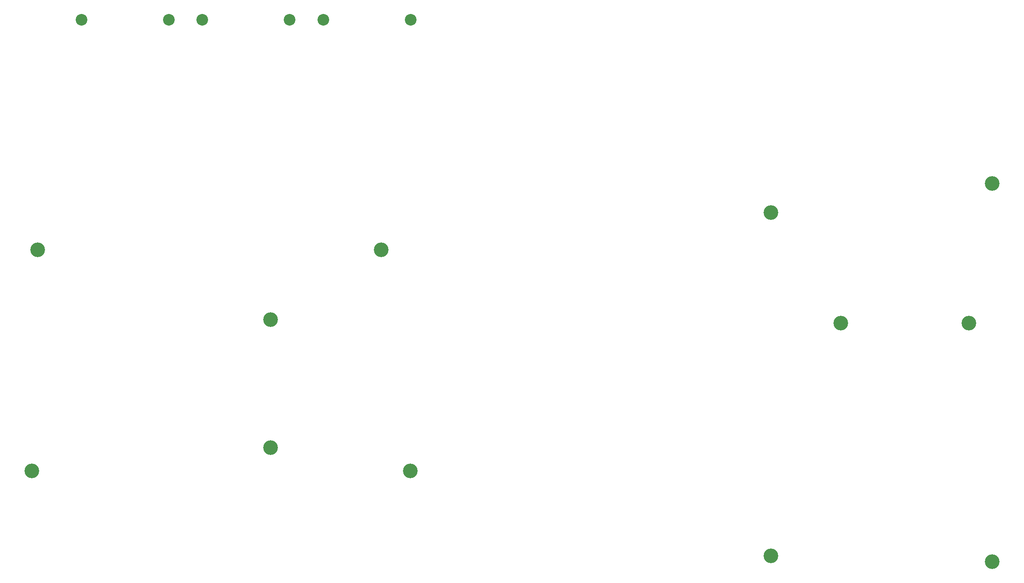
<source format=gbr>
%TF.GenerationSoftware,KiCad,Pcbnew,(6.0.7)*%
%TF.CreationDate,2022-09-16T11:30:18+01:00*%
%TF.ProjectId,SCU rig control,53435520-7269-4672-9063-6f6e74726f6c,rev?*%
%TF.SameCoordinates,Original*%
%TF.FileFunction,NonPlated,1,2,NPTH,Drill*%
%TF.FilePolarity,Positive*%
%FSLAX46Y46*%
G04 Gerber Fmt 4.6, Leading zero omitted, Abs format (unit mm)*
G04 Created by KiCad (PCBNEW (6.0.7)) date 2022-09-16 11:30:18*
%MOMM*%
%LPD*%
G01*
G04 APERTURE LIST*
%TA.AperFunction,ComponentDrill*%
%ADD10C,2.540000*%
%TD*%
%TA.AperFunction,ComponentDrill*%
%ADD11C,3.200000*%
%TD*%
G04 APERTURE END LIST*
D10*
%TO.C,J3*%
X44290000Y-19696000D03*
X63340000Y-19696000D03*
%TO.C,J2*%
X70665000Y-19696000D03*
X89715000Y-19696000D03*
%TO.C,J1*%
X97040000Y-19696000D03*
X116090000Y-19696000D03*
D11*
%TO.C,Process_MCU1*%
X33470000Y-118210000D03*
X34740000Y-69950000D03*
X85540000Y-85190000D03*
X85540000Y-113130000D03*
X109670000Y-69950000D03*
X116020000Y-118210000D03*
%TO.C,XA1*%
X194700000Y-61830000D03*
X194700000Y-136760000D03*
X209940000Y-85960000D03*
X237880000Y-85960000D03*
X242960000Y-55480000D03*
X242960000Y-138030000D03*
M02*

</source>
